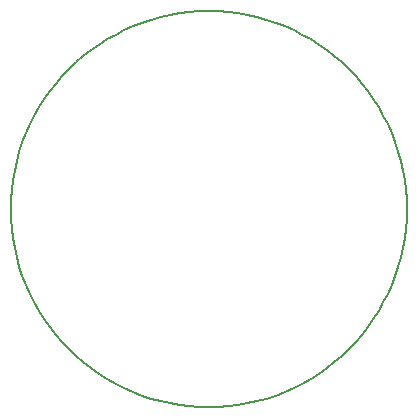
<source format=gko>
G75*
G70*
%OFA0B0*%
%FSLAX24Y24*%
%IPPOS*%
%LPD*%
%AMOC8*
5,1,8,0,0,1.08239X$1,22.5*
%
%ADD10C,0.0060*%
D10*
X002128Y008506D02*
X002136Y008830D01*
X002160Y009153D01*
X002199Y009474D01*
X002255Y009794D01*
X002326Y010110D01*
X002412Y010422D01*
X002514Y010729D01*
X002630Y011032D01*
X002762Y011328D01*
X002907Y011617D01*
X003067Y011899D01*
X003240Y012173D01*
X003427Y012438D01*
X003626Y012693D01*
X003838Y012938D01*
X004061Y013173D01*
X004296Y013396D01*
X004541Y013608D01*
X004796Y013807D01*
X005061Y013994D01*
X005335Y014167D01*
X005617Y014327D01*
X005906Y014472D01*
X006202Y014604D01*
X006505Y014720D01*
X006812Y014822D01*
X007124Y014908D01*
X007440Y014979D01*
X007760Y015035D01*
X008081Y015074D01*
X008404Y015098D01*
X008728Y015106D01*
X009052Y015098D01*
X009375Y015074D01*
X009696Y015035D01*
X010016Y014979D01*
X010332Y014908D01*
X010644Y014822D01*
X010951Y014720D01*
X011254Y014604D01*
X011550Y014472D01*
X011839Y014327D01*
X012121Y014167D01*
X012395Y013994D01*
X012660Y013807D01*
X012915Y013608D01*
X013160Y013396D01*
X013395Y013173D01*
X013618Y012938D01*
X013830Y012693D01*
X014029Y012438D01*
X014216Y012173D01*
X014389Y011899D01*
X014549Y011617D01*
X014694Y011328D01*
X014826Y011032D01*
X014942Y010729D01*
X015044Y010422D01*
X015130Y010110D01*
X015201Y009794D01*
X015257Y009474D01*
X015296Y009153D01*
X015320Y008830D01*
X015328Y008506D01*
X015320Y008182D01*
X015296Y007859D01*
X015257Y007538D01*
X015201Y007218D01*
X015130Y006902D01*
X015044Y006590D01*
X014942Y006283D01*
X014826Y005980D01*
X014694Y005684D01*
X014549Y005395D01*
X014389Y005113D01*
X014216Y004839D01*
X014029Y004574D01*
X013830Y004319D01*
X013618Y004074D01*
X013395Y003839D01*
X013160Y003616D01*
X012915Y003404D01*
X012660Y003205D01*
X012395Y003018D01*
X012121Y002845D01*
X011839Y002685D01*
X011550Y002540D01*
X011254Y002408D01*
X010951Y002292D01*
X010644Y002190D01*
X010332Y002104D01*
X010016Y002033D01*
X009696Y001977D01*
X009375Y001938D01*
X009052Y001914D01*
X008728Y001906D01*
X008404Y001914D01*
X008081Y001938D01*
X007760Y001977D01*
X007440Y002033D01*
X007124Y002104D01*
X006812Y002190D01*
X006505Y002292D01*
X006202Y002408D01*
X005906Y002540D01*
X005617Y002685D01*
X005335Y002845D01*
X005061Y003018D01*
X004796Y003205D01*
X004541Y003404D01*
X004296Y003616D01*
X004061Y003839D01*
X003838Y004074D01*
X003626Y004319D01*
X003427Y004574D01*
X003240Y004839D01*
X003067Y005113D01*
X002907Y005395D01*
X002762Y005684D01*
X002630Y005980D01*
X002514Y006283D01*
X002412Y006590D01*
X002326Y006902D01*
X002255Y007218D01*
X002199Y007538D01*
X002160Y007859D01*
X002136Y008182D01*
X002128Y008506D01*
M02*

</source>
